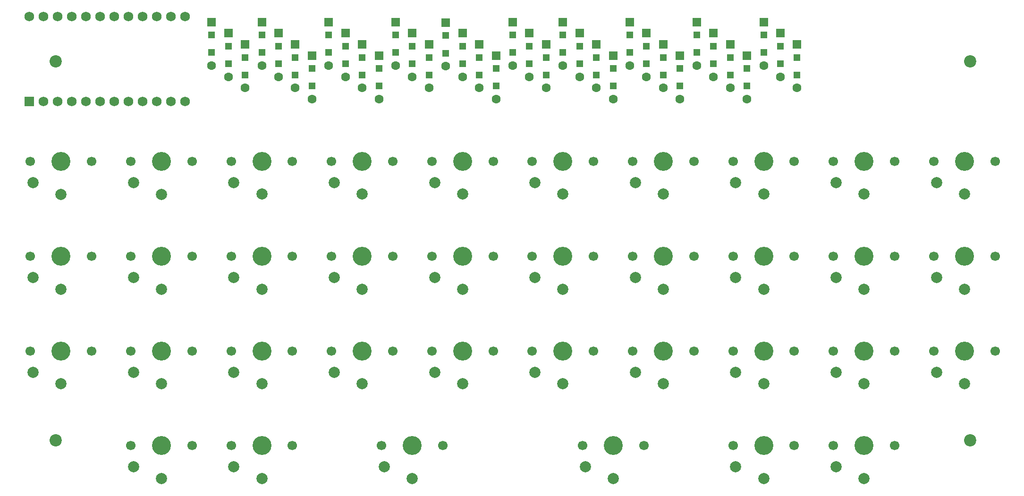
<source format=gbr>
G04 #@! TF.GenerationSoftware,KiCad,Pcbnew,5.1.9-73d0e3b20d~88~ubuntu18.04.1*
G04 #@! TF.CreationDate,2021-03-09T23:09:17-06:00*
G04 #@! TF.ProjectId,keyboard,6b657962-6f61-4726-942e-6b696361645f,rev?*
G04 #@! TF.SameCoordinates,Original*
G04 #@! TF.FileFunction,Soldermask,Bot*
G04 #@! TF.FilePolarity,Negative*
%FSLAX46Y46*%
G04 Gerber Fmt 4.6, Leading zero omitted, Abs format (unit mm)*
G04 Created by KiCad (PCBNEW 5.1.9-73d0e3b20d~88~ubuntu18.04.1) date 2021-03-09 23:09:17*
%MOMM*%
%LPD*%
G01*
G04 APERTURE LIST*
%ADD10C,2.200000*%
%ADD11C,2.000000*%
%ADD12C,1.700000*%
%ADD13C,3.400000*%
%ADD14C,1.600000*%
%ADD15R,1.600000X1.600000*%
%ADD16R,1.200000X1.200000*%
%ADD17C,1.752600*%
%ADD18R,1.752600X1.752600*%
G04 APERTURE END LIST*
D10*
X40000000Y-40070000D03*
X204000000Y-108000000D03*
X40000000Y-108000000D03*
X204000000Y-40000000D03*
D11*
X149000000Y-63868750D03*
X144000000Y-61768750D03*
D12*
X143500000Y-57968750D03*
X154500000Y-57968750D03*
D13*
X149000000Y-57968750D03*
D14*
X74000000Y-44800000D03*
D15*
X74000000Y-37000000D03*
D16*
X74000000Y-39325000D03*
X74000000Y-42475000D03*
D14*
X122000000Y-40800000D03*
D15*
X122000000Y-33000000D03*
D16*
X122000000Y-35325000D03*
X122000000Y-38475000D03*
D14*
X83000000Y-44800000D03*
D15*
X83000000Y-37000000D03*
D16*
X83000000Y-39325000D03*
X83000000Y-42475000D03*
D14*
X77000000Y-40800000D03*
D15*
X77000000Y-33000000D03*
D16*
X77000000Y-35325000D03*
X77000000Y-38475000D03*
D14*
X107000000Y-44800000D03*
D15*
X107000000Y-37000000D03*
D16*
X107000000Y-39325000D03*
X107000000Y-42475000D03*
D14*
X131000000Y-40800000D03*
D15*
X131000000Y-33000000D03*
D16*
X131000000Y-35325000D03*
X131000000Y-38475000D03*
D14*
X110000000Y-40900000D03*
D15*
X110000000Y-33100000D03*
D16*
X110000000Y-35425000D03*
X110000000Y-38575000D03*
D14*
X167000000Y-40800000D03*
D15*
X167000000Y-33000000D03*
D16*
X167000000Y-35325000D03*
X167000000Y-38475000D03*
D14*
X140000000Y-46800000D03*
D15*
X140000000Y-39000000D03*
D16*
X140000000Y-41325000D03*
X140000000Y-44475000D03*
D14*
X173000000Y-44800000D03*
D15*
X173000000Y-37000000D03*
D16*
X173000000Y-39325000D03*
X173000000Y-42475000D03*
D14*
X170000000Y-42800000D03*
D15*
X170000000Y-35000000D03*
D16*
X170000000Y-37325000D03*
X170000000Y-40475000D03*
D14*
X164000000Y-46800000D03*
D15*
X164000000Y-39000000D03*
D16*
X164000000Y-41325000D03*
X164000000Y-44475000D03*
D14*
X80000000Y-42800000D03*
D15*
X80000000Y-35000000D03*
D16*
X80000000Y-37325000D03*
X80000000Y-40475000D03*
D14*
X101000000Y-40800000D03*
D15*
X101000000Y-33000000D03*
D16*
X101000000Y-35325000D03*
X101000000Y-38475000D03*
D14*
X68000000Y-40800000D03*
D15*
X68000000Y-33000000D03*
D16*
X68000000Y-35325000D03*
X68000000Y-38475000D03*
D14*
X155000000Y-40800000D03*
D15*
X155000000Y-33000000D03*
D16*
X155000000Y-35325000D03*
X155000000Y-38475000D03*
D14*
X128000000Y-44800000D03*
D15*
X128000000Y-37000000D03*
D16*
X128000000Y-39325000D03*
X128000000Y-42475000D03*
D14*
X86000000Y-46800000D03*
D15*
X86000000Y-39000000D03*
D16*
X86000000Y-41325000D03*
X86000000Y-44475000D03*
D14*
X137000000Y-44800000D03*
D15*
X137000000Y-37000000D03*
D16*
X137000000Y-39325000D03*
X137000000Y-42475000D03*
D14*
X158000000Y-42800000D03*
D15*
X158000000Y-35000000D03*
D16*
X158000000Y-37325000D03*
X158000000Y-40475000D03*
D14*
X146000000Y-42800000D03*
D15*
X146000000Y-35000000D03*
D16*
X146000000Y-37325000D03*
X146000000Y-40475000D03*
D14*
X134000000Y-42800000D03*
D15*
X134000000Y-35000000D03*
D16*
X134000000Y-37325000D03*
X134000000Y-40475000D03*
D14*
X143000000Y-40800000D03*
D15*
X143000000Y-33000000D03*
D16*
X143000000Y-35325000D03*
X143000000Y-38475000D03*
D14*
X125000000Y-42800000D03*
D15*
X125000000Y-35000000D03*
D16*
X125000000Y-37325000D03*
X125000000Y-40475000D03*
D14*
X113000000Y-42800000D03*
D15*
X113000000Y-35000000D03*
D16*
X113000000Y-37325000D03*
X113000000Y-40475000D03*
D14*
X104000000Y-42800000D03*
D15*
X104000000Y-35000000D03*
D16*
X104000000Y-37325000D03*
X104000000Y-40475000D03*
D14*
X119000000Y-46800000D03*
D15*
X119000000Y-39000000D03*
D16*
X119000000Y-41325000D03*
X119000000Y-44475000D03*
D14*
X89000000Y-40800000D03*
D15*
X89000000Y-33000000D03*
D16*
X89000000Y-35325000D03*
X89000000Y-38475000D03*
D14*
X161000000Y-44800000D03*
D15*
X161000000Y-37000000D03*
D16*
X161000000Y-39325000D03*
X161000000Y-42475000D03*
D14*
X92000000Y-42800000D03*
D15*
X92000000Y-35000000D03*
D16*
X92000000Y-37325000D03*
X92000000Y-40475000D03*
D14*
X149000000Y-44800000D03*
D15*
X149000000Y-37000000D03*
D16*
X149000000Y-39325000D03*
X149000000Y-42475000D03*
D14*
X95000000Y-44800000D03*
D15*
X95000000Y-37000000D03*
D16*
X95000000Y-39325000D03*
X95000000Y-42475000D03*
D14*
X116000000Y-44800000D03*
D15*
X116000000Y-37000000D03*
D16*
X116000000Y-39325000D03*
X116000000Y-42475000D03*
D14*
X98000000Y-46800000D03*
D15*
X98000000Y-39000000D03*
D16*
X98000000Y-41325000D03*
X98000000Y-44475000D03*
D14*
X71000000Y-42800000D03*
D15*
X71000000Y-35000000D03*
D16*
X71000000Y-37325000D03*
X71000000Y-40475000D03*
D14*
X152000000Y-46800000D03*
D15*
X152000000Y-39000000D03*
D16*
X152000000Y-41325000D03*
X152000000Y-44475000D03*
D17*
X35300000Y-32000000D03*
X63240000Y-47240000D03*
X37840000Y-32000000D03*
X40380000Y-32000000D03*
X42920000Y-32000000D03*
X45460000Y-32000000D03*
X48000000Y-32000000D03*
X50540000Y-32000000D03*
X53080000Y-32000000D03*
X55620000Y-32000000D03*
X58160000Y-32000000D03*
X60700000Y-32000000D03*
X63240000Y-32000000D03*
X60700000Y-47240000D03*
X58160000Y-47240000D03*
X55620000Y-47240000D03*
X53080000Y-47240000D03*
X50540000Y-47240000D03*
X48000000Y-47240000D03*
X45460000Y-47240000D03*
X42920000Y-47240000D03*
X40380000Y-47240000D03*
X37840000Y-47240000D03*
D18*
X35300000Y-47240000D03*
D11*
X41000000Y-97900000D03*
X36000000Y-95800000D03*
D12*
X35500000Y-92000000D03*
X46500000Y-92000000D03*
D13*
X41000000Y-92000000D03*
D11*
X131000000Y-63868750D03*
X126000000Y-61768750D03*
D12*
X125500000Y-57968750D03*
X136500000Y-57968750D03*
D13*
X131000000Y-57968750D03*
D11*
X59000000Y-97900000D03*
X54000000Y-95800000D03*
D12*
X53500000Y-92000000D03*
X64500000Y-92000000D03*
D13*
X59000000Y-92000000D03*
D11*
X59000000Y-63900000D03*
X54000000Y-61800000D03*
D12*
X53500000Y-58000000D03*
X64500000Y-58000000D03*
D13*
X59000000Y-58000000D03*
D11*
X95000000Y-97900000D03*
X90000000Y-95800000D03*
D12*
X89500000Y-92000000D03*
X100500000Y-92000000D03*
D13*
X95000000Y-92000000D03*
D11*
X112993750Y-63868750D03*
X107993750Y-61768750D03*
D12*
X107493750Y-57968750D03*
X118493750Y-57968750D03*
D13*
X112993750Y-57968750D03*
D11*
X203000000Y-63868750D03*
X198000000Y-61768750D03*
D12*
X197500000Y-57968750D03*
X208500000Y-57968750D03*
D13*
X203000000Y-57968750D03*
D11*
X140000000Y-114900000D03*
X135000000Y-112800000D03*
D12*
X134500000Y-109000000D03*
X145500000Y-109000000D03*
D13*
X140000000Y-109000000D03*
D11*
X203000000Y-97900000D03*
X198000000Y-95800000D03*
D12*
X197500000Y-92000000D03*
X208500000Y-92000000D03*
D13*
X203000000Y-92000000D03*
D11*
X203000000Y-80900000D03*
X198000000Y-78800000D03*
D12*
X197500000Y-75000000D03*
X208500000Y-75000000D03*
D13*
X203000000Y-75000000D03*
D11*
X185000000Y-114900000D03*
X180000000Y-112800000D03*
D12*
X179500000Y-109000000D03*
X190500000Y-109000000D03*
D13*
X185000000Y-109000000D03*
D11*
X59000000Y-80900000D03*
X54000000Y-78800000D03*
D12*
X53500000Y-75000000D03*
X64500000Y-75000000D03*
D13*
X59000000Y-75000000D03*
D11*
X95000000Y-63868750D03*
X90000000Y-61768750D03*
D12*
X89500000Y-57968750D03*
X100500000Y-57968750D03*
D13*
X95000000Y-57968750D03*
D11*
X41000000Y-63900000D03*
X36000000Y-61800000D03*
D12*
X35500000Y-58000000D03*
X46500000Y-58000000D03*
D13*
X41000000Y-58000000D03*
D11*
X185000000Y-63868750D03*
X180000000Y-61768750D03*
D12*
X179500000Y-57968750D03*
X190500000Y-57968750D03*
D13*
X185000000Y-57968750D03*
D11*
X131000000Y-97900000D03*
X126000000Y-95800000D03*
D12*
X125500000Y-92000000D03*
X136500000Y-92000000D03*
D13*
X131000000Y-92000000D03*
D11*
X59000000Y-114900000D03*
X54000000Y-112800000D03*
D12*
X53500000Y-109000000D03*
X64500000Y-109000000D03*
D13*
X59000000Y-109000000D03*
D11*
X149000000Y-97900000D03*
X144000000Y-95800000D03*
D12*
X143500000Y-92000000D03*
X154500000Y-92000000D03*
D13*
X149000000Y-92000000D03*
D11*
X185000000Y-80900000D03*
X180000000Y-78800000D03*
D12*
X179500000Y-75000000D03*
X190500000Y-75000000D03*
D13*
X185000000Y-75000000D03*
D11*
X167000000Y-80900000D03*
X162000000Y-78800000D03*
D12*
X161500000Y-75000000D03*
X172500000Y-75000000D03*
D13*
X167000000Y-75000000D03*
D11*
X149000000Y-80900000D03*
X144000000Y-78800000D03*
D12*
X143500000Y-75000000D03*
X154500000Y-75000000D03*
D13*
X149000000Y-75000000D03*
D11*
X167000000Y-63868750D03*
X162000000Y-61768750D03*
D12*
X161500000Y-57968750D03*
X172500000Y-57968750D03*
D13*
X167000000Y-57968750D03*
D11*
X131000000Y-80900000D03*
X126000000Y-78800000D03*
D12*
X125500000Y-75000000D03*
X136500000Y-75000000D03*
D13*
X131000000Y-75000000D03*
D11*
X112993750Y-80900000D03*
X107993750Y-78800000D03*
D12*
X107493750Y-75000000D03*
X118493750Y-75000000D03*
D13*
X112993750Y-75000000D03*
D11*
X95000000Y-80900000D03*
X90000000Y-78800000D03*
D12*
X89500000Y-75000000D03*
X100500000Y-75000000D03*
D13*
X95000000Y-75000000D03*
D11*
X104000000Y-114900000D03*
X99000000Y-112800000D03*
D12*
X98500000Y-109000000D03*
X109500000Y-109000000D03*
D13*
X104000000Y-109000000D03*
D11*
X77000000Y-63868750D03*
X72000000Y-61768750D03*
D12*
X71500000Y-57968750D03*
X82500000Y-57968750D03*
D13*
X77000000Y-57968750D03*
D11*
X185000000Y-97900000D03*
X180000000Y-95800000D03*
D12*
X179500000Y-92000000D03*
X190500000Y-92000000D03*
D13*
X185000000Y-92000000D03*
D11*
X77000000Y-80900000D03*
X72000000Y-78800000D03*
D12*
X71500000Y-75000000D03*
X82500000Y-75000000D03*
D13*
X77000000Y-75000000D03*
D11*
X167000000Y-97900000D03*
X162000000Y-95800000D03*
D12*
X161500000Y-92000000D03*
X172500000Y-92000000D03*
D13*
X167000000Y-92000000D03*
D11*
X77000000Y-97900000D03*
X72000000Y-95800000D03*
D12*
X71500000Y-92000000D03*
X82500000Y-92000000D03*
D13*
X77000000Y-92000000D03*
D11*
X112993750Y-97900000D03*
X107993750Y-95800000D03*
D12*
X107493750Y-92000000D03*
X118493750Y-92000000D03*
D13*
X112993750Y-92000000D03*
D11*
X77000000Y-114900000D03*
X72000000Y-112800000D03*
D12*
X71500000Y-109000000D03*
X82500000Y-109000000D03*
D13*
X77000000Y-109000000D03*
D11*
X41000000Y-80900000D03*
X36000000Y-78800000D03*
D12*
X35500000Y-75000000D03*
X46500000Y-75000000D03*
D13*
X41000000Y-75000000D03*
D11*
X167000000Y-114900000D03*
X162000000Y-112800000D03*
D12*
X161500000Y-109000000D03*
X172500000Y-109000000D03*
D13*
X167000000Y-109000000D03*
M02*

</source>
